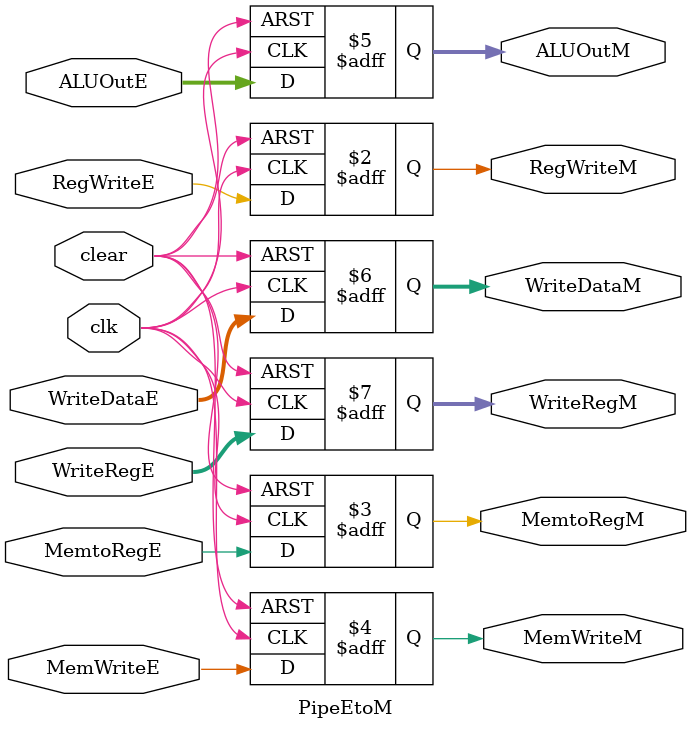
<source format=sv>
`timescale 1ns / 1ps


module PipeEtoM(input logic clk, clear,
                input logic RegWriteE, MemtoRegE, MemWriteE,
                input logic [31:0] ALUOutE, WriteDataE,
                input logic [4:0] WriteRegE,
                output logic RegWriteM, MemtoRegM, MemWriteM,
                output logic [31:0] ALUOutM, WriteDataM,
                output logic [4:0] WriteRegM
                );
                
                always_ff @(posedge clk or posedge clear)
                begin
                    if ( clear )
                    begin
                        RegWriteM <= 0;
                        MemtoRegM <= 0;
                        MemWriteM <= 0;
                        ALUOutM <= 0;
                        WriteDataM <= 0;
                        WriteRegM <= 0;
                    end
                    else begin
                        RegWriteM <= RegWriteE;
                        MemtoRegM <= MemtoRegE;
                        MemWriteM <= MemWriteE;
                        ALUOutM <= ALUOutE;
                        WriteDataM <= WriteDataE;
                        WriteRegM <= WriteRegE;
                    end
                end
endmodule

</source>
